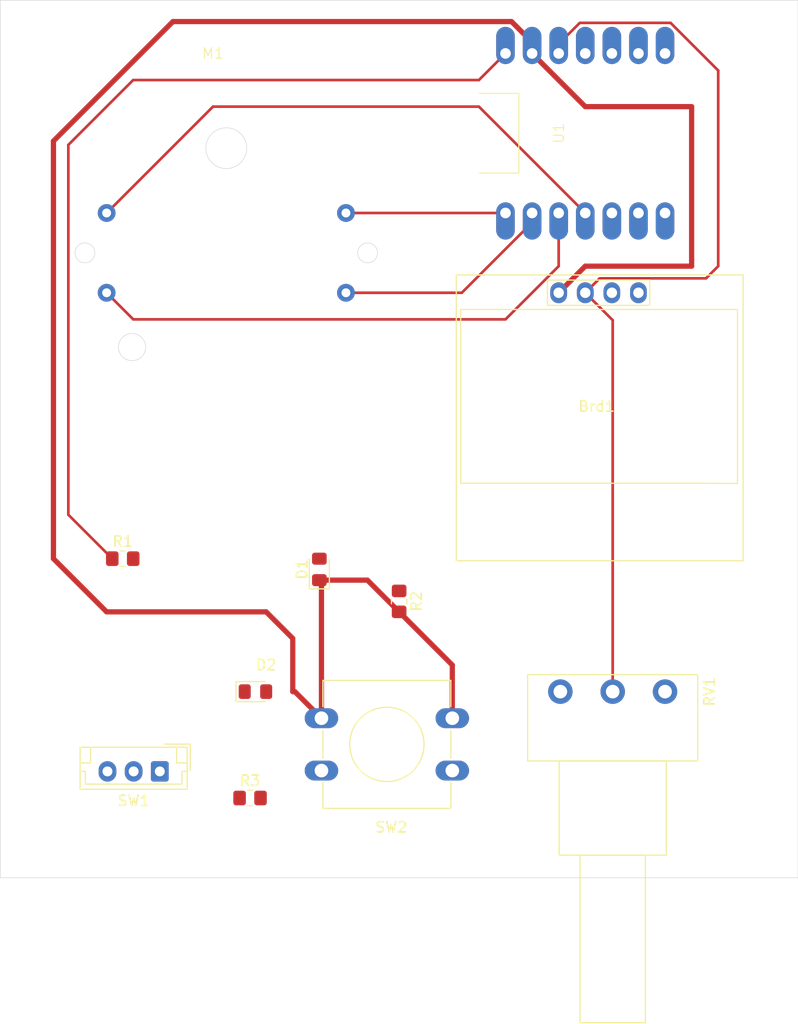
<source format=kicad_pcb>
(kicad_pcb (version 20240108) (generator "pcbnew") (generator_version "8.0")
  (layers (0 "F.Cu" signal) (31 "B.Cu" signal) (34 "B.Paste" user) (35 "F.Paste" user) (36 "B.SilkS" user "B.Silkscreen") (37 "F.SilkS" user "F.Silkscreen") (38 "B.Mask" user) (39 "F.Mask" user) (44 "Edge.Cuts" user))
  (net 0 "")
  (net 1 "GND")
  (net 2 "Net-(Brd1-SCL)")
  (net 3 "Net-(Brd1-SDA)")
  (net 4 "VCC")
  (net 5 "Net-(D1-A)")
  (net 6 "Net-(D2-K)")
  (net 7 "Net-(U1-GPIO1_A0_D0)")
  (net 8 "Net-(M1--)")
  (net 9 "Net-(U1-GPIO3_A2_D2)")
  (net 10 "Net-(U1-GPIO4_A3_D3)")
  (net 11 "Net-(U1-GPIO8_A9_D9_CIPO)")
  (net 12 "Net-(SW2-A)")
  (net 13 "Net-(SW1-C)")
  (net 18 "Net-(Brd1-VCC)")
  (footprint "LED_SMD:LED_0805_2012Metric_Pad1.15x1.40mm_HandSolder" (layer "F.Cu") (at 49.775 83.82)
    (property "Reference" "D2" (at 1.025 -2.54 0) (layer "F.SilkS"))
    (property "Value" "LED")
    (fp_line (start -1.86 -0.96) (end -1.86 0.96) (stroke (width 0.12)) (layer "F.SilkS"))
    (fp_line (start -1.86 0.96) (end 1 0.96) (stroke (width 0.12)) (layer "F.SilkS"))
    (fp_line (start 1 -0.96) (end -1.86 -0.96) (stroke (width 0.12)) (layer "F.SilkS"))
    (pad "1" smd roundrect (at -1.025 0) (size 1.15 1.4) (layers "F.Cu" "F.Paste" "F.Mask") (roundrect_rratio 0.217391) (net 6 "Net-(D2-K)"))
    (pad "2" smd roundrect (at 1.025 0) (size 1.15 1.4) (layers "F.Cu" "F.Paste" "F.Mask") (roundrect_rratio 0.217391) (net 18 "Net-(Brd1-VCC)"))
  )
  (footprint "Resistor_SMD:R_0805_2012Metric_Pad1.20x1.40mm_HandSolder" (layer "F.Cu") (at 49.26 93.98)
    (property "Reference" "R3" (at 0 -1.65 0) (layer "F.SilkS"))
    (property "Value" "R")
    (fp_line (start -0.227064 -0.735) (end 0.227064 -0.735) (stroke (width 0.12)) (layer "F.SilkS"))
    (fp_line (start -0.227064 0.735) (end 0.227064 0.735) (stroke (width 0.12)) (layer "F.SilkS"))
    (pad "1" smd roundrect (at -1 0) (size 1.2 1.4) (layers "F.Cu" "F.Paste" "F.Mask") (roundrect_rratio 0.208333) (net 6 "Net-(D2-K)"))
    (pad "2" smd roundrect (at 1 0) (size 1.2 1.4) (layers "F.Cu" "F.Paste" "F.Mask") (roundrect_rratio 0.208333) (net 12 "Net-(SW2-A)"))
  )
  (footprint "demo_ssd1306:128x64OLED" (layer "F.Cu") (at 82.36 56.32)
    (property "Reference" "Brd1" (at 0 0.254 0) (layer "F.SilkS"))
    (property "Value" "SSD1306")
    (fp_line (start -13.4 -12.3) (end 14 -12.3) (stroke (width 0.12)) (layer "F.SilkS"))
    (fp_line (start -13.4 15) (end -13.4 -12.3) (stroke (width 0.12)) (layer "F.SilkS"))
    (fp_line (start -12.978 -9.005) (end 10.122 -9.005) (stroke (width 0.12)) (layer "F.SilkS"))
    (fp_line (start -12.978 7.595) (end -12.978 -9.005) (stroke (width 0.12)) (layer "F.SilkS"))
    (fp_line (start -4.699 -11.811) (end -4.699 -9.398) (stroke (width 0.12)) (layer "F.SilkS"))
    (fp_line (start -4.699 -11.811) (end 5.08 -11.811) (stroke (width 0.12)) (layer "F.SilkS"))
    (fp_line (start 5.08 -11.811) (end 5.08 -9.398) (stroke (width 0.12)) (layer "F.SilkS"))
    (fp_line (start 5.08 -9.398) (end -4.699 -9.398) (stroke (width 0.12)) (layer "F.SilkS"))
    (fp_line (start 10.122 -9.005) (end 13.208 -9.005) (stroke (width 0.12)) (layer "F.SilkS"))
    (fp_line (start 10.122 7.595) (end -12.978 7.595) (stroke (width 0.12)) (layer "F.SilkS"))
    (fp_line (start 10.122 7.595) (end 13.462 7.62) (stroke (width 0.12)) (layer "F.SilkS"))
    (fp_line (start 13.462 -9.017) (end 13.208 -9.005) (stroke (width 0.12)) (layer "F.SilkS"))
    (fp_line (start 13.462 7.62) (end 13.462 -9.017) (stroke (width 0.12)) (layer "F.SilkS"))
    (fp_line (start 14 -12.3) (end 14 15) (stroke (width 0.12)) (layer "F.SilkS"))
    (fp_line (start 14 15) (end -13.4 15) (stroke (width 0.12)) (layer "F.SilkS"))
    (pad "1" thru_hole oval (at -3.62 -10.6 90) (size 2 1.6) (drill 1) (layers "*.Cu" "*.Mask") (net 1 "GND"))
    (pad "2" thru_hole oval (at -1.08 -10.6 90) (size 2 1.6) (drill 1) (layers "*.Cu" "*.Mask") (net 18 "Net-(Brd1-VCC)"))
    (pad "3" thru_hole oval (at 1.46 -10.6 90) (size 2 1.6) (drill 1) (layers "*.Cu" "*.Mask") (net 2 "Net-(Brd1-SCL)"))
    (pad "4" thru_hole oval (at 4 -10.6 90) (size 2 1.6) (drill 1) (layers "*.Cu" "*.Mask") (net 3 "Net-(Brd1-SDA)"))
  )
  (footprint "Connector_JST:JST_EH_B3B-EH-A_1x03_P2.50mm_Vertical" (layer "F.Cu") (at 40.64 91.44 180)
    (property "Reference" "SW1" (at 2.5 -2.8 360) (layer "F.SilkS"))
    (property "Value" "SW_SPDT")
    (fp_line (start 7.61 2.31) (end 7.61 -1.71) (stroke (width 0.12)) (layer "F.SilkS"))
    (fp_line (start 7.61 0.81) (end 6.61 0.81) (stroke (width 0.12)) (layer "F.SilkS"))
    (fp_line (start 7.61 -1.71) (end -2.61 -1.71) (stroke (width 0.12)) (layer "F.SilkS"))
    (fp_line (start 7.11 0) (end 7.61 0) (stroke (width 0.12)) (layer "F.SilkS"))
    (fp_line (start 7.11 -1.21) (end 7.11 0) (stroke (width 0.12)) (layer "F.SilkS"))
    (fp_line (start 6.61 0.81) (end 6.61 2.31) (stroke (width 0.12)) (layer "F.SilkS"))
    (fp_line (start -1.61 0.81) (end -1.61 2.31) (stroke (width 0.12)) (layer "F.SilkS"))
    (fp_line (start -2.11 0) (end -2.11 -1.21) (stroke (width 0.12)) (layer "F.SilkS"))
    (fp_line (start -2.11 -1.21) (end 7.11 -1.21) (stroke (width 0.12)) (layer "F.SilkS"))
    (fp_line (start -2.61 2.31) (end 7.61 2.31) (stroke (width 0.12)) (layer "F.SilkS"))
    (fp_line (start -2.61 0.81) (end -1.61 0.81) (stroke (width 0.12)) (layer "F.SilkS"))
    (fp_line (start -2.61 0) (end -2.11 0) (stroke (width 0.12)) (layer "F.SilkS"))
    (fp_line (start -2.61 -1.71) (end -2.61 2.31) (stroke (width 0.12)) (layer "F.SilkS"))
    (fp_line (start -2.91 2.61) (end -0.41 2.61) (stroke (width 0.12)) (layer "F.SilkS"))
    (fp_line (start -2.91 0.11) (end -2.91 2.61) (stroke (width 0.12)) (layer "F.SilkS"))
    (pad "1" thru_hole roundrect (at 0 0 180) (size 1.7 1.95) (drill 0.95) (layers "*.Cu" "*.Mask") (roundrect_rratio 0.147059))
    (pad "2" thru_hole oval (at 2.5 0 180) (size 1.7 1.95) (drill 0.95) (layers "*.Cu" "*.Mask") (net 4 "VCC"))
    (pad "3" thru_hole oval (at 5 0 180) (size 1.7 1.95) (drill 0.95) (layers "*.Cu" "*.Mask") (net 13 "Net-(SW1-C)"))
  )
  (footprint "Resistor_SMD:R_0805_2012Metric_Pad1.20x1.40mm_HandSolder" (layer "F.Cu") (at 63.5 75.2 -90)
    (property "Reference" "R2" (at 0 -1.65 90) (layer "F.SilkS"))
    (property "Value" "R")
    (fp_line (start -0.227064 0.735) (end 0.227064 0.735) (stroke (width 0.12)) (layer "F.SilkS"))
    (fp_line (start -0.227064 -0.735) (end 0.227064 -0.735) (stroke (width 0.12)) (layer "F.SilkS"))
    (pad "1" smd roundrect (at -1 0 270) (size 1.2 1.4) (layers "F.Cu" "F.Paste" "F.Mask") (roundrect_rratio 0.208333) (net 11 "Net-(U1-GPIO8_A9_D9_CIPO)"))
    (pad "2" smd roundrect (at 1 0 270) (size 1.2 1.4) (layers "F.Cu" "F.Paste" "F.Mask") (roundrect_rratio 0.208333) (net 1 "GND"))
  )
  (footprint "LED_SMD:LED_0805_2012Metric_Pad1.15x1.40mm_HandSolder" (layer "F.Cu") (at 55.88 72.145 90)
    (property "Reference" "D1" (at 0 -1.65 90) (layer "F.SilkS"))
    (property "Value" "LED")
    (fp_line (start 1 -0.96) (end -1.86 -0.96) (stroke (width 0.12)) (layer "F.SilkS"))
    (fp_line (start -1.86 -0.96) (end -1.86 0.96) (stroke (width 0.12)) (layer "F.SilkS"))
    (fp_line (start -1.86 0.96) (end 1 0.96) (stroke (width 0.12)) (layer "F.SilkS"))
    (pad "1" smd roundrect (at -1.025 0 90) (size 1.15 1.4) (layers "F.Cu" "F.Paste" "F.Mask") (roundrect_rratio 0.217391) (net 1 "GND"))
    (pad "2" smd roundrect (at 1.025 0 90) (size 1.15 1.4) (layers "F.Cu" "F.Paste" "F.Mask") (roundrect_rratio 0.217391) (net 5 "Net-(D1-A)"))
  )
  (footprint "Button_Switch_THT:SW_PUSH-12mm" (layer "F.Cu") (at 68.58 91.36 180)
    (property "Reference" "SW2" (at 5.83 -5.41 360) (layer "F.SilkS"))
    (property "Value" "SW_SPST")
    (fp_line (start 12.36 8.61) (end 0.14 8.61) (stroke (width 0.12)) (layer "F.SilkS"))
    (fp_line (start 12.36 6.1) (end 12.36 8.61) (stroke (width 0.12)) (layer "F.SilkS"))
    (fp_line (start 12.36 1.2) (end 12.36 3.8) (stroke (width 0.12)) (layer "F.SilkS"))
    (fp_line (start 12.36 -3.61) (end 12.36 -1.1) (stroke (width 0.12)) (layer "F.SilkS"))
    (fp_line (start 0.14 6.1) (end 0.14 8.61) (stroke (width 0.12)) (layer "F.SilkS"))
    (fp_line (start 0.14 1.2) (end 0.14 3.8) (stroke (width 0.12)) (layer "F.SilkS"))
    (fp_line (start 0.14 -3.61) (end 12.36 -3.61) (stroke (width 0.12)) (layer "F.SilkS"))
    (fp_line (start 0.14 -3.61) (end 0.14 -1.1) (stroke (width 0.12)) (layer "F.SilkS"))
    (fp_circle (center 6.25 2.5) (end 9.8 2.5) (stroke (width 0.12)) (fill none) (layer "F.SilkS"))
    (pad "1" thru_hole oval (at 0 0 180) (size 3.2 1.9) (drill 1.3) (layers "*.Cu" "*.Mask") (net 12 "Net-(SW2-A)"))
    (pad "1" thru_hole oval (at 12.5 0 180) (size 3.2 1.9) (drill 1.3) (layers "*.Cu" "*.Mask") (net 12 "Net-(SW2-A)"))
    (pad "2" thru_hole oval (at 0 5 180) (size 3.2 1.9) (drill 1.3) (layers "*.Cu" "*.Mask") (net 1 "GND"))
    (pad "2" thru_hole oval (at 12.5 5 180) (size 3.2 1.9) (drill 1.3) (layers "*.Cu" "*.Mask") (net 1 "GND"))
  )
  (footprint "demo_motor:x27_stepper" (layer "F.Cu") (at 49.53 52.07)
    (property "Reference" "M1" (at -3.81 -29.21 0) (layer "F.SilkS") (effects (font (thickness 0.1))))
    (property "Value" "Stepper_Motor_bipolar")
    (fp_circle (center -16.04 -10.16) (end -15.09 -10.16) (stroke (width 0.05)) (fill none) (layer "Edge.Cuts"))
    (fp_circle (center -11.54 -1.16) (end -10.24 -1.16) (stroke (width 0.05)) (fill none) (layer "Edge.Cuts"))
    (fp_circle (center -2.54 -20.16) (end -0.59 -20.16) (stroke (width 0.05)) (fill none) (layer "Edge.Cuts"))
    (fp_circle (center 10.96 -10.16) (end 11.91 -10.16) (stroke (width 0.05)) (fill none) (layer "Edge.Cuts"))
    (pad "1" thru_hole circle (at 8.89 -13.97) (size 1.7 1.7) (drill 0.85) (layers "*.Cu" "*.Mask") (net 7 "Net-(U1-GPIO1_A0_D0)"))
    (pad "2" thru_hole circle (at 8.89 -6.35) (size 1.7 1.7) (drill 0.85) (layers "*.Cu" "*.Mask") (net 8 "Net-(M1--)"))
    (pad "3" thru_hole circle (at -13.97 -6.35) (size 1.7 1.7) (drill 0.85) (layers "*.Cu" "*.Mask") (net 9 "Net-(U1-GPIO3_A2_D2)"))
    (pad "4" thru_hole circle (at -13.97 -13.97) (size 1.7 1.7) (drill 0.85) (layers "*.Cu" "*.Mask") (net 10 "Net-(U1-GPIO4_A3_D3)"))
  )
  (footprint "Resistor_SMD:R_0805_2012Metric_Pad1.20x1.40mm_HandSolder" (layer "F.Cu") (at 37.1 71.12)
    (property "Reference" "R1" (at 0 -1.65 0) (layer "F.SilkS"))
    (property "Value" "R")
    (fp_line (start -0.227064 -0.735) (end 0.227064 -0.735) (stroke (width 0.12)) (layer "F.SilkS"))
    (fp_line (start -0.227064 0.735) (end 0.227064 0.735) (stroke (width 0.12)) (layer "F.SilkS"))
    (pad "1" smd roundrect (at -1 0) (size 1.2 1.4) (layers "F.Cu" "F.Paste" "F.Mask") (roundrect_rratio 0.208333) (net 13 "Net-(SW1-C)"))
    (pad "2" smd roundrect (at 1 0) (size 1.2 1.4) (layers "F.Cu" "F.Paste" "F.Mask") (roundrect_rratio 0.208333) (net 5 "Net-(D1-A)"))
  )
  (footprint "Potentiometer_THT:Potentiometer_Piher_PC-16_Single_Horizontal" (layer "F.Cu") (at 78.9 83.82 -90)
    (property "Reference" "RV1" (at 0 -14.25 90) (layer "F.SilkS"))
    (property "Value" "R_Potentiometer")
    (fp_line (start -1.62 3.12) (end 6.62 3.12) (stroke (width 0.12)) (layer "F.SilkS"))
    (fp_line (start 6.62 0.12) (end 15.62 0.12) (stroke (width 0.12)) (layer "F.SilkS"))
    (fp_line (start 15.62 -1.879) (end 31.62 -1.879) (stroke (width 0.12)) (layer "F.SilkS"))
    (fp_line (start 15.62 -8.12) (end 15.62 -1.879) (stroke (width 0.12)) (layer "F.SilkS"))
    (fp_line (start 15.62 -8.12) (end 31.62 -8.12) (stroke (width 0.12)) (layer "F.SilkS"))
    (fp_line (start 31.62 -8.12) (end 31.62 -1.879) (stroke (width 0.12)) (layer "F.SilkS"))
    (fp_line (start 6.62 -10.12) (end 6.62 0.12) (stroke (width 0.12)) (layer "F.SilkS"))
    (fp_line (start 6.62 -10.12) (end 15.62 -10.12) (stroke (width 0.12)) (layer "F.SilkS"))
    (fp_line (start 15.62 -10.12) (end 15.62 0.12) (stroke (width 0.12)) (layer "F.SilkS"))
    (fp_line (start -1.62 -13.12) (end -1.62 3.12) (stroke (width 0.12)) (layer "F.SilkS"))
    (fp_line (start -1.62 -13.12) (end 6.62 -13.12) (stroke (width 0.12)) (layer "F.SilkS"))
    (fp_line (start 6.62 -13.12) (end 6.62 3.12) (stroke (width 0.12)) (layer "F.SilkS"))
    (pad "1" thru_hole circle (at 0 0 270) (size 2.34 2.34) (drill 1.3) (layers "*.Cu" "*.Mask"))
    (pad "2" thru_hole circle (at 0 -5 270) (size 2.34 2.34) (drill 1.3) (layers "*.Cu" "*.Mask") (net 18 "Net-(Brd1-VCC)"))
    (pad "3" thru_hole circle (at 0 -10 270) (size 2.34 2.34) (drill 1.3) (layers "*.Cu" "*.Mask") (net 11 "Net-(U1-GPIO8_A9_D9_CIPO)"))
  )
  (footprint "demo_xiao:XIAO_ESP32_SENSE" (layer "F.Cu") (at 81.28 30.48 90)
    (property "Reference" "U1" (at 0 -2.54 90) (layer "F.SilkS") (effects (font (thickness 0.1))))
    (property "Value" "~")
    (fp_line (start -3.81 -10.16) (end -3.81 -6.35) (stroke (width 0.1)) (layer "F.SilkS"))
    (fp_line (start 3.81 -6.35) (end 3.81 -10.16) (stroke (width 0.1)) (layer "F.SilkS"))
    (fp_line (start -3.81 -6.35) (end 3.81 -6.35) (stroke (width 0.1)) (layer "F.SilkS"))
    (pad "1" thru_hole oval (at -7.62 -7.62 90) (size 3.556 1.778) (drill 1.016 (offset -0.762 0)) (layers "*.Cu" "*.Mask") (net 7 "Net-(U1-GPIO1_A0_D0)"))
    (pad "2" thru_hole oval (at -7.62 -5.08 90) (size 3.556 1.778) (drill 1.016 (offset -0.762 0)) (layers "*.Cu" "*.Mask") (net 8 "Net-(M1--)"))
    (pad "3" thru_hole oval (at -7.62 -2.54 90) (size 3.556 1.778) (drill 1.016 (offset -0.762 0)) (layers "*.Cu" "*.Mask") (net 9 "Net-(U1-GPIO3_A2_D2)"))
    (pad "4" thru_hole oval (at -7.62 0 90) (size 3.556 1.778) (drill 1.016 (offset -0.762 0)) (layers "*.Cu" "*.Mask") (net 10 "Net-(U1-GPIO4_A3_D3)"))
    (pad "5" thru_hole oval (at -7.62 2.54 90) (size 3.556 1.778) (drill 1.016 (offset -0.762 0)) (layers "*.Cu" "*.Mask") (net 3 "Net-(Brd1-SDA)"))
    (pad "6" thru_hole oval (at -7.62 5.08 90) (size 3.556 1.778) (drill 1.016 (offset -0.762 0)) (layers "*.Cu" "*.Mask") (net 2 "Net-(Brd1-SCL)"))
    (pad "7" thru_hole oval (at -7.62 7.62 90) (size 3.556 1.778) (drill 1.016 (offset -0.762 0)) (layers "*.Cu" "*.Mask"))
    (pad "8" thru_hole oval (at 7.62 -7.62 90) (size 3.556 1.778) (drill 1.016 (offset 0.762 0)) (layers "*.Cu" "*.Mask") (net 13 "Net-(SW1-C)"))
    (pad "9" thru_hole oval (at 7.62 -5.08 90) (size 3.556 1.778) (drill 1.016 (offset 0.762 0)) (layers "*.Cu" "*.Mask") (net 1 "GND"))
    (pad "10" thru_hole oval (at 7.62 -2.54 90) (size 3.556 1.778) (drill 1.016 (offset 0.762 0)) (layers "*.Cu" "*.Mask") (net 18 "Net-(Brd1-VCC)"))
    (pad "11" thru_hole oval (at 7.62 0 90) (size 3.556 1.778) (drill 1.016 (offset 0.762 0)) (layers "*.Cu" "*.Mask"))
    (pad "12" thru_hole oval (at 7.62 2.54 90) (size 3.556 1.778) (drill 1.016 (offset 0.762 0)) (layers "*.Cu" "*.Mask") (net 11 "Net-(U1-GPIO8_A9_D9_CIPO)"))
    (pad "13" thru_hole oval (at 7.62 5.08 90) (size 3.556 1.778) (drill 1.016 (offset 0.762 0)) (layers "*.Cu" "*.Mask") (net 12 "Net-(SW2-A)"))
    (pad "14" thru_hole oval (at 7.62 7.62 90) (size 3.556 1.778) (drill 1.016 (offset 0.762 0)) (layers "*.Cu" "*.Mask"))
  )
  (gr_line (start 101.6 17.78) (end 101.6 101.6) (stroke (width 0.05)) (layer "Edge.Cuts"))
  (gr_line (start 25.4 101.6) (end 25.4 17.78) (stroke (width 0.05)) (layer "Edge.Cuts"))
  (gr_line (start 25.4 17.78) (end 101.6 17.78) (stroke (width 0.05)) (layer "Edge.Cuts"))
  (gr_line (start 101.6 101.6) (end 25.4 101.6) (stroke (width 0.05)) (layer "Edge.Cuts"))
  (segment (start 74.236999 19.816) (end 41.894 19.816) (width 0.5) (layer "F.Cu") (net 1))
  (segment (start 56.08 73.37) (end 55.88 73.17) (width 0.5) (layer "F.Cu") (net 1))
  (segment (start 53.34 83.82) (end 53.54 83.82) (width 0.5) (layer "F.Cu") (net 1))
  (segment (start 91.44 43.18) (end 91.44 27.94) (width 0.5) (layer "F.Cu") (net 1))
  (segment (start 53.54 83.82) (end 56.08 86.36) (width 0.5) (layer "F.Cu") (net 1))
  (segment (start 76.2 21.779001) (end 74.236999 19.816) (width 0.5) (layer "F.Cu") (net 1))
  (segment (start 53.34 78.74) (end 53.34 83.82) (width 0.5) (layer "F.Cu") (net 1))
  (segment (start 55.88 73.17) (end 60.47 73.17) (width 0.5) (layer "F.Cu") (net 1))
  (segment (start 30.48 71.12) (end 35.56 76.2) (width 0.5) (layer "F.Cu") (net 1))
  (segment (start 81.28 43.18) (end 91.44 43.18) (width 0.5) (layer "F.Cu") (net 1))
  (segment (start 78.74 45.72) (end 81.28 43.18) (width 0.5) (layer "F.Cu") (net 1))
  (segment (start 63.5 76.2) (end 68.58 81.28) (width 0.5) (layer "F.Cu") (net 1))
  (segment (start 50.8 76.2) (end 53.34 78.74) (width 0.5) (layer "F.Cu") (net 1))
  (segment (start 56.08 86.36) (end 56.08 73.37) (width 0.5) (layer "F.Cu") (net 1))
  (segment (start 41.894 19.816) (end 30.48 31.23) (width 0.5) (layer "F.Cu") (net 1))
  (segment (start 76.2 22.86) (end 76.2 21.779001) (width 0.5) (layer "F.Cu") (net 1))
  (segment (start 68.58 81.28) (end 68.58 86.36) (width 0.5) (layer "F.Cu") (net 1))
  (segment (start 35.56 76.2) (end 50.8 76.2) (width 0.5) (layer "F.Cu") (net 1))
  (segment (start 60.47 73.17) (end 63.5 76.2) (width 0.5) (layer "F.Cu") (net 1))
  (segment (start 30.48 31.23) (end 30.48 71.12) (width 0.5) (layer "F.Cu") (net 1))
  (segment (start 81.28 27.94) (end 76.2 22.86) (width 0.5) (layer "F.Cu") (net 1))
  (segment (start 91.44 27.94) (end 81.28 27.94) (width 0.5) (layer "F.Cu") (net 1))
  (segment (start 58.42 38.1) (end 73.66 38.1) (width 0.254) (layer "F.Cu") (net 7))
  (segment (start 69.487051 45.72) (end 76.2 39.007051) (width 0.254) (layer "F.Cu") (net 8))
  (segment (start 76.2 39.007051) (end 76.2 38.1) (width 0.254) (layer "F.Cu") (net 8))
  (segment (start 58.42 45.72) (end 69.487051 45.72) (width 0.254) (layer "F.Cu") (net 8))
  (segment (start 35.56 45.72) (end 38.1 48.26) (width 0.254) (layer "F.Cu") (net 9))
  (segment (start 78.74 43.18) (end 78.74 38.1) (width 0.254) (layer "F.Cu") (net 9))
  (segment (start 38.1 48.26) (end 73.66 48.26) (width 0.254) (layer "F.Cu") (net 9))
  (segment (start 73.66 48.26) (end 78.74 43.18) (width 0.254) (layer "F.Cu") (net 9))
  (segment (start 45.72 27.94) (end 71.12 27.94) (width 0.254) (layer "F.Cu") (net 10))
  (segment (start 35.56 38.1) (end 45.72 27.94) (width 0.254) (layer "F.Cu") (net 10))
  (segment (start 71.12 27.94) (end 81.28 38.1) (width 0.254) (layer "F.Cu") (net 10))
  (segment (start 71.12 25.4) (end 73.66 22.86) (width 0.254) (layer "F.Cu") (net 13))
  (segment (start 31.902292 66.922292) (end 31.902292 31.597708) (width 0.254) (layer "F.Cu") (net 13))
  (segment (start 36.1 71.12) (end 31.902292 66.922292) (width 0.254) (layer "F.Cu") (net 13))
  (segment (start 31.902292 31.597708) (end 38.1 25.4) (width 0.254) (layer "F.Cu") (net 13))
  (segment (start 38.1 25.4) (end 71.12 25.4) (width 0.254) (layer "F.Cu") (net 13))
  (segment (start 81.28 45.72) (end 82.661 44.339) (width 0.254) (layer "F.Cu") (net 18))
  (segment (start 83.9 48.34) (end 81.28 45.72) (width 0.254) (layer "F.Cu") (net 18))
  (segment (start 89.426051 19.939) (end 80.753949 19.939) (width 0.254) (layer "F.Cu") (net 18))
  (segment (start 93.98 24.492949) (end 89.426051 19.939) (width 0.254) (layer "F.Cu") (net 18))
  (segment (start 82.661 44.339) (end 92.821 44.339) (width 0.254) (layer "F.Cu") (net 18))
  (segment (start 80.753949 19.939) (end 78.74 21.952949) (width 0.254) (layer "F.Cu") (net 18))
  (segment (start 93.98 43.18) (end 93.98 24.492949) (width 0.254) (layer "F.Cu") (net 18))
  (segment (start 83.9 83.82) (end 83.9 48.34) (width 0.254) (layer "F.Cu") (net 18))
  (segment (start 92.821 44.339) (end 93.98 43.18) (width 0.254) (layer "F.Cu") (net 18))
  (segment (start 78.74 21.952949) (end 78.74 22.86) (width 0.254) (layer "F.Cu") (net 18))
)
</source>
